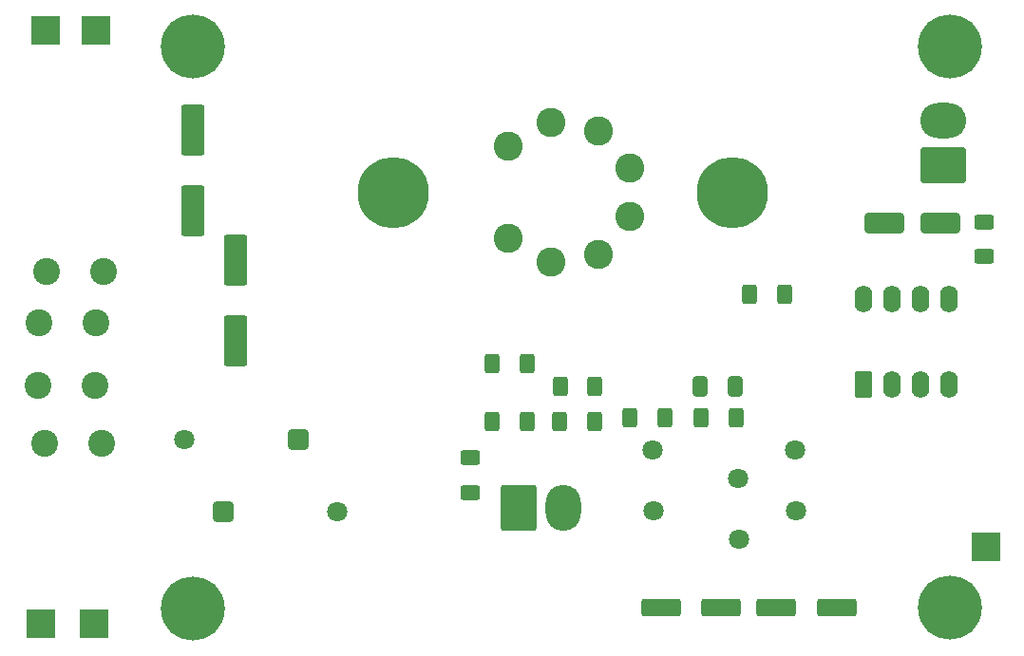
<source format=gbr>
%TF.GenerationSoftware,KiCad,Pcbnew,9.0.5*%
%TF.CreationDate,2025-12-23T22:20:40+01:00*%
%TF.ProjectId,Amplifier Compound,416d706c-6966-4696-9572-20436f6d706f,rev?*%
%TF.SameCoordinates,Original*%
%TF.FileFunction,Soldermask,Top*%
%TF.FilePolarity,Negative*%
%FSLAX46Y46*%
G04 Gerber Fmt 4.6, Leading zero omitted, Abs format (unit mm)*
G04 Created by KiCad (PCBNEW 9.0.5) date 2025-12-23 22:20:40*
%MOMM*%
%LPD*%
G01*
G04 APERTURE LIST*
G04 Aperture macros list*
%AMRoundRect*
0 Rectangle with rounded corners*
0 $1 Rounding radius*
0 $2 $3 $4 $5 $6 $7 $8 $9 X,Y pos of 4 corners*
0 Add a 4 corners polygon primitive as box body*
4,1,4,$2,$3,$4,$5,$6,$7,$8,$9,$2,$3,0*
0 Add four circle primitives for the rounded corners*
1,1,$1+$1,$2,$3*
1,1,$1+$1,$4,$5*
1,1,$1+$1,$6,$7*
1,1,$1+$1,$8,$9*
0 Add four rect primitives between the rounded corners*
20,1,$1+$1,$2,$3,$4,$5,0*
20,1,$1+$1,$4,$5,$6,$7,0*
20,1,$1+$1,$6,$7,$8,$9,0*
20,1,$1+$1,$8,$9,$2,$3,0*%
G04 Aperture macros list end*
%ADD10RoundRect,0.250000X-1.500000X-0.550000X1.500000X-0.550000X1.500000X0.550000X-1.500000X0.550000X0*%
%ADD11R,2.500000X2.500000*%
%ADD12RoundRect,0.250000X0.550000X-0.950000X0.550000X0.950000X-0.550000X0.950000X-0.550000X-0.950000X0*%
%ADD13O,1.600000X2.400000*%
%ADD14RoundRect,0.250000X-1.330000X-1.800000X1.330000X-1.800000X1.330000X1.800000X-1.330000X1.800000X0*%
%ADD15O,3.160000X4.100000*%
%ADD16RoundRect,0.250000X-0.400000X-0.625000X0.400000X-0.625000X0.400000X0.625000X-0.400000X0.625000X0*%
%ADD17RoundRect,0.250000X0.400000X0.625000X-0.400000X0.625000X-0.400000X-0.625000X0.400000X-0.625000X0*%
%ADD18RoundRect,0.250000X-1.500000X-0.650000X1.500000X-0.650000X1.500000X0.650000X-1.500000X0.650000X0*%
%ADD19C,5.700000*%
%ADD20C,2.400000*%
%ADD21C,1.800000*%
%ADD22RoundRect,0.250000X-0.650000X-0.650000X0.650000X-0.650000X0.650000X0.650000X-0.650000X0.650000X0*%
%ADD23RoundRect,0.250000X0.625000X-0.400000X0.625000X0.400000X-0.625000X0.400000X-0.625000X-0.400000X0*%
%ADD24RoundRect,0.250000X1.800000X-1.330000X1.800000X1.330000X-1.800000X1.330000X-1.800000X-1.330000X0*%
%ADD25O,4.100000X3.160000*%
%ADD26RoundRect,0.250001X0.799999X-1.999999X0.799999X1.999999X-0.799999X1.999999X-0.799999X-1.999999X0*%
%ADD27C,2.600000*%
%ADD28C,6.350000*%
%ADD29RoundRect,0.250000X0.412500X0.650000X-0.412500X0.650000X-0.412500X-0.650000X0.412500X-0.650000X0*%
%ADD30RoundRect,0.250000X0.650000X0.650000X-0.650000X0.650000X-0.650000X-0.650000X0.650000X-0.650000X0*%
G04 APERTURE END LIST*
D10*
%TO.C,C5*%
X177310000Y-116970000D03*
X182710000Y-116970000D03*
%TD*%
D11*
%TO.C,TP4*%
X122050000Y-118340000D03*
%TD*%
D12*
%TO.C,U2*%
X195360000Y-97030000D03*
D13*
X197900000Y-97030000D03*
X200440000Y-97030000D03*
X202980000Y-97030000D03*
X202980000Y-89410000D03*
X200440000Y-89410000D03*
X197900000Y-89410000D03*
X195360000Y-89410000D03*
%TD*%
D14*
%TO.C,J1*%
X164660000Y-108025000D03*
D15*
X168620000Y-108025000D03*
%TD*%
D16*
%TO.C,R8*%
X168330000Y-97250000D03*
X171430000Y-97250000D03*
%TD*%
%TO.C,R5*%
X162270000Y-100380000D03*
X165370000Y-100380000D03*
%TD*%
D17*
%TO.C,R21*%
X188320000Y-89020000D03*
X185220000Y-89020000D03*
%TD*%
D18*
%TO.C,D16*%
X197240000Y-82660000D03*
X202240000Y-82660000D03*
%TD*%
D19*
%TO.C,H2*%
X203080000Y-66940000D03*
%TD*%
D16*
%TO.C,R18*%
X174560000Y-100000000D03*
X177660000Y-100000000D03*
%TD*%
%TO.C,R16*%
X180910000Y-100010000D03*
X184010000Y-100010000D03*
%TD*%
D20*
%TO.C,R11*%
X126950000Y-91520000D03*
X121870000Y-91520000D03*
%TD*%
D16*
%TO.C,R4*%
X168310000Y-100380000D03*
X171410000Y-100380000D03*
%TD*%
D20*
%TO.C,R22*%
X122560000Y-86970000D03*
X127640000Y-86970000D03*
%TD*%
D16*
%TO.C,R6*%
X162260000Y-95190000D03*
X165360000Y-95190000D03*
%TD*%
D11*
%TO.C,TP2*%
X126980000Y-65470000D03*
%TD*%
D21*
%TO.C,RV1*%
X176540000Y-102850000D03*
X184160000Y-105390000D03*
X189240000Y-102850000D03*
%TD*%
D20*
%TO.C,R12*%
X122360000Y-102290000D03*
X127440000Y-102290000D03*
%TD*%
D22*
%TO.C,D5*%
X138280000Y-108370000D03*
D21*
X148440000Y-108370000D03*
%TD*%
D23*
%TO.C,R23*%
X160340000Y-106670000D03*
X160340000Y-103570000D03*
%TD*%
D11*
%TO.C,TP3*%
X122430000Y-65470000D03*
%TD*%
D23*
%TO.C,R15*%
X206080000Y-85620000D03*
X206080000Y-82520000D03*
%TD*%
D11*
%TO.C,TP5*%
X206260000Y-111520000D03*
%TD*%
D24*
%TO.C,J3*%
X202495000Y-77500000D03*
D25*
X202495000Y-73540000D03*
%TD*%
D19*
%TO.C,H4*%
X135620000Y-117010000D03*
%TD*%
D11*
%TO.C,TP1*%
X126760000Y-118360000D03*
%TD*%
D20*
%TO.C,R14*%
X126860000Y-97130000D03*
X121780000Y-97130000D03*
%TD*%
D26*
%TO.C,C20*%
X135590000Y-81560000D03*
X135590000Y-74360000D03*
%TD*%
D19*
%TO.C,H1*%
X203110000Y-116900000D03*
%TD*%
%TO.C,H3*%
X135620000Y-66940000D03*
%TD*%
D21*
%TO.C,RV2*%
X176690000Y-108290000D03*
X184310000Y-110830000D03*
X189390000Y-108290000D03*
%TD*%
D10*
%TO.C,C2*%
X187560000Y-116900000D03*
X192960000Y-116900000D03*
%TD*%
D27*
%TO.C,U1*%
X163720000Y-83990000D03*
X167480000Y-86160000D03*
X171760000Y-85410000D03*
X174550000Y-82080000D03*
X174550000Y-77740000D03*
X171760000Y-74410000D03*
X167480000Y-73660000D03*
X163720000Y-75830000D03*
D28*
X153480000Y-79910000D03*
X183680000Y-79910000D03*
%TD*%
D29*
%TO.C,C6*%
X183952500Y-97220000D03*
X180827500Y-97220000D03*
%TD*%
D26*
%TO.C,C19*%
X139430000Y-93180000D03*
X139430000Y-85980000D03*
%TD*%
D30*
%TO.C,D6*%
X144980000Y-101950000D03*
D21*
X134820000Y-101950000D03*
%TD*%
M02*

</source>
